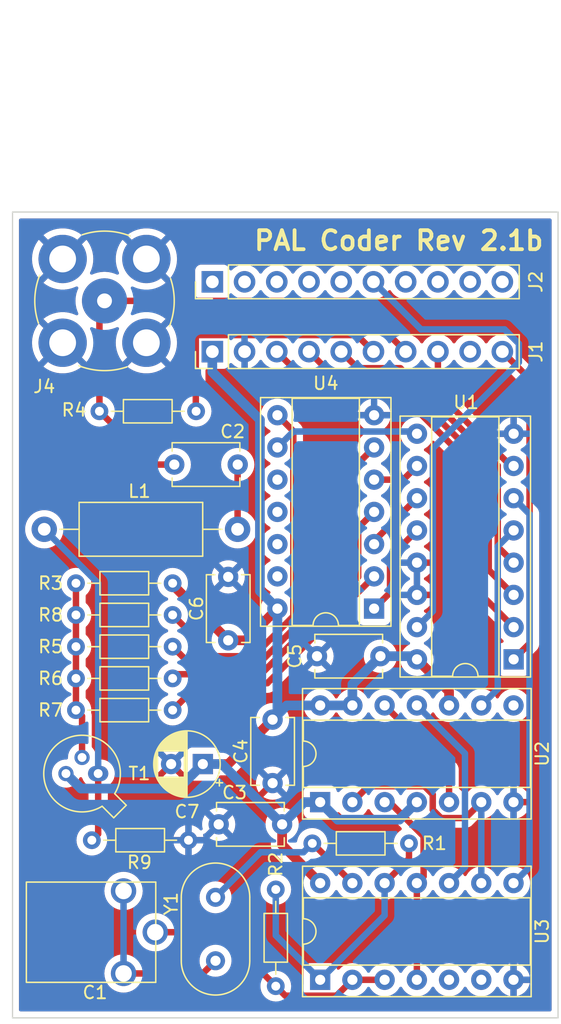
<source format=kicad_pcb>
(kicad_pcb (version 20211014) (generator pcbnew)
  (layers (0 "F.Cu" signal) (31 "B.Cu" signal) (34 "B.Paste" user) (35 "F.Paste" user) (36 "B.SilkS" user "B.Silkscreen") (37 "F.SilkS" user "F.Silkscreen") (38 "B.Mask" user) (39 "F.Mask" user) (44 "Edge.Cuts" user))
  (net 0 "")
  (net 1 "Net-(C1-Pad2)")
  (net 2 "Net-(C1-Pad1)")
  (net 3 "/PALVC")
  (net 4 "Net-(C2-Pad1)")
  (net 5 "GND")
  (net 6 "VCC")
  (net 7 "/HB")
  (net 8 "/VCR")
  (net 9 "/AL0")
  (net 11 "/VB")
  (net 12 "/VG")
  (net 13 "/VR")
  (net 18 "/VI")
  (net 24 "Net-(L1-Pad1)")
  (net 25 "Net-(R1-Pad2)")
  (net 26 "Net-(R1-Pad1)")
  (net 27 "Net-(R3-Pad2)")
  (net 28 "Net-(R5-Pad2)")
  (net 29 "Net-(R6-Pad2)")
  (net 30 "Net-(R7-Pad2)")
  (net 31 "Net-(R8-Pad2)")
  (net 32 "/XA1")
  (net 33 "/XA0")
  (net 34 "Net-(U1-Pad12)")
  (net 35 "Net-(U1-Pad11)")
  (net 36 "Net-(U1-Pad10)")
  (net 37 "Net-(U1-Pad9)")
  (net 38 "Net-(U2-Pad2)")
  (net 39 "Net-(U2-Pad12)")
  (net 40 "Net-(U2-Pad11)")
  (net 41 "Net-(U2-Pad3)")
  (footprint "GYB27000:GYB27000" (layer "F.Cu") (at 73.5 131.25 90)
    (fp_text reference "C1" (at -4.75 -2.25 180) (layer "F.SilkS"))
    (fp_text value "6-24pF")
    (pad "1" thru_hole circle locked (at 3.25 0 90) (size 2 2) (drill 1.3) (layers *.Cu *.Mask) (net 2 "Net-(C1-Pad1)"))
    (pad "1" thru_hole circle locked (at -3.25 0 90) (size 2 2) (drill 1.3) (layers *.Cu *.Mask) (net 2 "Net-(C1-Pad1)"))
    (pad "2" thru_hole circle locked (at 0 2.5 90) (size 2 2) (drill 1.3) (layers *.Cu *.Mask) (net 1 "Net-(C1-Pad2)"))
  )
  (footprint "Capacitor_THT:C_Disc_D5.1mm_W3.2mm_P5.00mm" (layer "F.Cu") (at 82.5 94.4 180)
    (fp_text reference "C2" (at 0.4 2.6) (layer "F.SilkS"))
    (fp_text value "120pF")
    (pad "1" thru_hole circle locked (at 0 0 180) (size 1.6 1.6) (drill 0.8) (layers *.Cu *.Mask) (net 4 "Net-(C2-Pad1)"))
    (pad "2" thru_hole circle locked (at 5 0 180) (size 1.6 1.6) (drill 0.8) (layers *.Cu *.Mask) (net 3 "/PALVC"))
  )
  (footprint "Capacitor_THT:C_Disc_D5.1mm_W3.2mm_P5.00mm" (layer "F.Cu") (at 86 122.75 180)
    (fp_text reference "C3" (at 3.75 2.5) (layer "F.SilkS"))
    (fp_text value "0.1uF")
    (pad "1" thru_hole circle locked (at 0 0 180) (size 1.6 1.6) (drill 0.8) (layers *.Cu *.Mask) (net 6 "VCC"))
    (pad "2" thru_hole circle locked (at 5 0 180) (size 1.6 1.6) (drill 0.8) (layers *.Cu *.Mask) (net 5 "GND"))
  )
  (footprint "Capacitor_THT:C_Disc_D5.1mm_W3.2mm_P5.00mm" (layer "F.Cu") (at 85.25 114.5 -90)
    (fp_text reference "C4" (at 2.5 2.5 90) (layer "F.SilkS"))
    (fp_text value "0.1uF")
    (pad "1" thru_hole circle locked (at 0 0 270) (size 1.6 1.6) (drill 0.8) (layers *.Cu *.Mask) (net 6 "VCC"))
    (pad "2" thru_hole circle locked (at 5 0 270) (size 1.6 1.6) (drill 0.8) (layers *.Cu *.Mask) (net 5 "GND"))
  )
  (footprint "Capacitor_THT:C_Disc_D5.1mm_W3.2mm_P5.00mm" (layer "F.Cu") (at 93.75 109.5 180)
    (fp_text reference "C5" (at 6.75 0 90) (layer "F.SilkS"))
    (fp_text value "0.1uF")
    (pad "1" thru_hole circle locked (at 0 0 180) (size 1.6 1.6) (drill 0.8) (layers *.Cu *.Mask) (net 6 "VCC"))
    (pad "2" thru_hole circle locked (at 5 0 180) (size 1.6 1.6) (drill 0.8) (layers *.Cu *.Mask) (net 5 "GND"))
  )
  (footprint "Capacitor_THT:C_Disc_D5.1mm_W3.2mm_P5.00mm" (layer "F.Cu") (at 81.75 108.25 90)
    (fp_text reference "C6" (at 2.5 -2.5 270) (layer "F.SilkS"))
    (fp_text value "0.1uF")
    (pad "1" thru_hole circle locked (at 0 0 90) (size 1.6 1.6) (drill 0.8) (layers *.Cu *.Mask) (net 6 "VCC"))
    (pad "2" thru_hole circle locked (at 5 0 90) (size 1.6 1.6) (drill 0.8) (layers *.Cu *.Mask) (net 5 "GND"))
  )
  (footprint "Connector_PinHeader_2.54mm:PinHeader_1x10_P2.54mm_Vertical" (layer "F.Cu") (at 80.5 85.5 90)
    (fp_text reference "J1" (at 0 25.5 90) (layer "F.SilkS"))
    (fp_text value "Conn_01x10")
    (pad "1" thru_hole rect locked (at 0 0 90) (size 1.7 1.7) (drill 1) (layers *.Cu *.Mask) (net 6 "VCC"))
    (pad "2" thru_hole oval locked (at 0 2.54 90) (size 1.7 1.7) (drill 1) (layers *.Cu *.Mask) (net 5 "GND"))
    (pad "3" thru_hole oval locked (at 0 5.08 90) (size 1.7 1.7) (drill 1) (layers *.Cu *.Mask) (net 13 "/VR"))
    (pad "4" thru_hole oval locked (at 0 7.62 90) (size 1.7 1.7) (drill 1) (layers *.Cu *.Mask) (net 12 "/VG"))
    (pad "5" thru_hole oval locked (at 0 10.16 90) (size 1.7 1.7) (drill 1) (layers *.Cu *.Mask) (net 11 "/VB"))
    (pad "6" thru_hole oval locked (at 0 12.7 90) (size 1.7 1.7) (drill 1) (layers *.Cu *.Mask) (net 8 "/VCR"))
    (pad "7" thru_hole oval locked (at 0 15.24 90) (size 1.7 1.7) (drill 1) (layers *.Cu *.Mask) (net 3 "/PALVC"))
    (pad "8" thru_hole oval locked (at 0 17.78 90) (size 1.7 1.7) (drill 1) (layers *.Cu *.Mask) (net 9 "/AL0"))
    (pad "9" thru_hole oval locked (at 0 20.32 90) (size 1.7 1.7) (drill 1) (layers *.Cu *.Mask))
    (pad "10" thru_hole oval locked (at 0 22.86 90) (size 1.7 1.7) (drill 1) (layers *.Cu *.Mask) (net 7 "/HB"))
  )
  (footprint "Connector_PinHeader_2.54mm:PinHeader_1x10_P2.54mm_Vertical" (layer "F.Cu") (at 80.5 80 90)
    (fp_text reference "J2" (at 0 25.5 90) (layer "F.SilkS"))
    (fp_text value "Conn_01x10")
    (pad "1" thru_hole rect locked (at 0 0 90) (size 1.7 1.7) (drill 1) (layers *.Cu *.Mask))
    (pad "2" thru_hole oval locked (at 0 2.54 90) (size 1.7 1.7) (drill 1) (layers *.Cu *.Mask))
    (pad "3" thru_hole oval locked (at 0 5.08 90) (size 1.7 1.7) (drill 1) (layers *.Cu *.Mask))
    (pad "4" thru_hole oval locked (at 0 7.62 90) (size 1.7 1.7) (drill 1) (layers *.Cu *.Mask))
    (pad "5" thru_hole oval locked (at 0 10.16 90) (size 1.7 1.7) (drill 1) (layers *.Cu *.Mask))
    (pad "6" thru_hole oval locked (at 0 12.7 90) (size 1.7 1.7) (drill 1) (layers *.Cu *.Mask) (net 18 "/VI"))
    (pad "7" thru_hole oval locked (at 0 15.24 90) (size 1.7 1.7) (drill 1) (layers *.Cu *.Mask))
    (pad "8" thru_hole oval locked (at 0 17.78 90) (size 1.7 1.7) (drill 1) (layers *.Cu *.Mask))
    (pad "9" thru_hole oval locked (at 0 20.32 90) (size 1.7 1.7) (drill 1) (layers *.Cu *.Mask))
    (pad "10" thru_hole oval locked (at 0 22.86 90) (size 1.7 1.7) (drill 1) (layers *.Cu *.Mask))
  )
  (footprint "5413558-1:BNC_TEConnectivity_BNC_TEConnectivity_5413558-1" (layer "F.Cu") (at 72 81.5)
    (fp_text reference "J4" (at -4.75 6.75) (layer "F.SilkS"))
    (fp_text value "Conn_Coaxial")
    (pad "1" thru_hole circle locked (at 0 0) (size 3.556 3.556) (drill 1.17) (layers *.Cu *.Mask) (net 3 "/PALVC"))
    (pad "2" thru_hole circle locked (at -3.3 3.3) (size 3.81 3.81) (drill 2.11) (layers *.Cu *.Mask) (net 5 "GND"))
    (pad "2" thru_hole circle locked (at 3.3 -3.3) (size 3.81 3.81) (drill 2.11) (layers *.Cu *.Mask) (net 5 "GND"))
    (pad "2" thru_hole circle locked (at -3.3 -3.3) (size 3.81 3.81) (drill 2.11) (layers *.Cu *.Mask) (net 5 "GND"))
    (pad "2" thru_hole circle locked (at 3.3 3.3) (size 3.81 3.81) (drill 2.11) (layers *.Cu *.Mask) (net 5 "GND"))
  )
  (footprint "Inductor_THT:L_Axial_L9.5mm_D4.0mm_P15.24mm_Horizontal_Fastron_SMCC" (layer "F.Cu") (at 67.25 99.5)
    (fp_text reference "L1" (at 7.5 -3) (layer "F.SilkS"))
    (fp_text value "L")
    (pad "1" thru_hole circle locked (at 0 0) (size 2 2) (drill 1) (layers *.Cu *.Mask) (net 24 "Net-(L1-Pad1)"))
    (pad "2" thru_hole oval locked (at 15.24 0) (size 2 2) (drill 1) (layers *.Cu *.Mask) (net 4 "Net-(C2-Pad1)"))
  )
  (footprint "Resistor_THT:R_Axial_DIN0204_L3.6mm_D1.6mm_P7.62mm_Horizontal" (layer "F.Cu") (at 96 124.25 180)
    (fp_text reference "R1" (at -2 0) (layer "F.SilkS"))
    (fp_text value "330")
    (pad "1" thru_hole circle locked (at 0 0 180) (size 1.4 1.4) (drill 0.7) (layers *.Cu *.Mask) (net 26 "Net-(R1-Pad1)"))
    (pad "2" thru_hole oval locked (at 7.62 0 180) (size 1.4 1.4) (drill 0.7) (layers *.Cu *.Mask) (net 25 "Net-(R1-Pad2)"))
  )
  (footprint "Resistor_THT:R_Axial_DIN0204_L3.6mm_D1.6mm_P7.62mm_Horizontal" (layer "F.Cu") (at 85.5 135.5 90)
    (fp_text reference "R2" (at 9.6 0 90) (layer "F.SilkS"))
    (fp_text value "330")
    (pad "1" thru_hole circle locked (at 0 0 90) (size 1.4 1.4) (drill 0.7) (layers *.Cu *.Mask) (net 1 "Net-(C1-Pad2)"))
    (pad "2" thru_hole oval locked (at 7.62 0 90) (size 1.4 1.4) (drill 0.7) (layers *.Cu *.Mask) (net 26 "Net-(R1-Pad1)"))
  )
  (footprint "Resistor_THT:R_Axial_DIN0204_L3.6mm_D1.6mm_P7.62mm_Horizontal" (layer "F.Cu") (at 71.6 90.2)
    (fp_text reference "R4" (at -2 -0.1) (layer "F.SilkS"))
    (fp_text value "120")
    (pad "1" thru_hole circle locked (at 0 0) (size 1.4 1.4) (drill 0.7) (layers *.Cu *.Mask) (net 3 "/PALVC"))
    (pad "2" thru_hole oval locked (at 7.62 0) (size 1.4 1.4) (drill 0.7) (layers *.Cu *.Mask) (net 8 "/VCR"))
  )
  (footprint "Resistor_THT:R_Axial_DIN0204_L3.6mm_D1.6mm_P7.62mm_Horizontal" (layer "F.Cu") (at 69.75 108.75)
    (fp_text reference "R5" (at -2 0) (layer "F.SilkS"))
    (fp_text value "560")
    (pad "1" thru_hole circle locked (at 0 0) (size 1.4 1.4) (drill 0.7) (layers *.Cu *.Mask) (net 27 "Net-(R3-Pad2)"))
    (pad "2" thru_hole oval locked (at 7.62 0) (size 1.4 1.4) (drill 0.7) (layers *.Cu *.Mask) (net 28 "Net-(R5-Pad2)"))
  )
  (footprint "Resistor_THT:R_Axial_DIN0204_L3.6mm_D1.6mm_P7.62mm_Horizontal" (layer "F.Cu") (at 69.75 111.25)
    (fp_text reference "R6" (at -2 0) (layer "F.SilkS"))
    (fp_text value "1K")
    (pad "1" thru_hole circle locked (at 0 0) (size 1.4 1.4) (drill 0.7) (layers *.Cu *.Mask) (net 27 "Net-(R3-Pad2)"))
    (pad "2" thru_hole oval locked (at 7.62 0) (size 1.4 1.4) (drill 0.7) (layers *.Cu *.Mask) (net 29 "Net-(R6-Pad2)"))
  )
  (footprint "Resistor_THT:R_Axial_DIN0204_L3.6mm_D1.6mm_P7.62mm_Horizontal" (layer "F.Cu") (at 69.75 106.25)
    (fp_text reference "R8" (at -2 0) (layer "F.SilkS"))
    (fp_text value "230")
    (pad "1" thru_hole circle locked (at 0 0) (size 1.4 1.4) (drill 0.7) (layers *.Cu *.Mask) (net 27 "Net-(R3-Pad2)"))
    (pad "2" thru_hole oval locked (at 7.62 0) (size 1.4 1.4) (drill 0.7) (layers *.Cu *.Mask) (net 31 "Net-(R8-Pad2)"))
  )
  (footprint "Resistor_THT:R_Axial_DIN0204_L3.6mm_D1.6mm_P7.62mm_Horizontal" (layer "F.Cu") (at 71 124)
    (fp_text reference "R9" (at 3.75 1.75) (layer "F.SilkS"))
    (fp_text value "180")
    (pad "1" thru_hole circle locked (at 0 0) (size 1.4 1.4) (drill 0.7) (layers *.Cu *.Mask) (net 24 "Net-(L1-Pad1)"))
    (pad "2" thru_hole oval locked (at 7.62 0) (size 1.4 1.4) (drill 0.7) (layers *.Cu *.Mask) (net 5 "GND"))
  )
  (footprint "Package_TO_SOT_THT:TO-18-3" (layer "F.Cu") (at 71.5 118.75 180)
    (fp_text reference "T1" (at -3.25 0) (layer "F.SilkS"))
    (fp_text value "2N2369")
    (pad "1" thru_hole oval locked (at 0 0 180) (size 1.6 1.2) (drill 0.7) (layers *.Cu *.Mask) (net 24 "Net-(L1-Pad1)"))
    (pad "2" thru_hole oval locked (at 1.27 1.27 180) (size 1.2 1.2) (drill 0.7) (layers *.Cu *.Mask) (net 27 "Net-(R3-Pad2)"))
    (pad "3" thru_hole oval locked (at 2.54 0 180) (size 1.2 1.2) (drill 0.7) (layers *.Cu *.Mask) (net 6 "VCC"))
  )
  (footprint "Package_DIP:DIP-16_W7.62mm_Socket" (layer "F.Cu") (at 104.25 109.75 180)
    (fp_text reference "U1" (at 3.75 20.25) (layer "F.SilkS"))
    (fp_text value "82S129")
    (pad "1" thru_hole rect locked (at 0 0 180) (size 1.6 1.6) (drill 0.8) (layers *.Cu *.Mask) (net 7 "/HB"))
    (pad "2" thru_hole oval locked (at 0 2.54 180) (size 1.6 1.6) (drill 0.8) (layers *.Cu *.Mask) (net 13 "/VR"))
    (pad "3" thru_hole oval locked (at 0 5.08 180) (size 1.6 1.6) (drill 0.8) (layers *.Cu *.Mask) (net 12 "/VG"))
    (pad "4" thru_hole oval locked (at 0 7.62 180) (size 1.6 1.6) (drill 0.8) (layers *.Cu *.Mask) (net 11 "/VB"))
    (pad "5" thru_hole oval locked (at 0 10.16 180) (size 1.6 1.6) (drill 0.8) (layers *.Cu *.Mask) (net 33 "/XA0"))
    (pad "6" thru_hole oval locked (at 0 12.7 180) (size 1.6 1.6) (drill 0.8) (layers *.Cu *.Mask) (net 32 "/XA1"))
    (pad "7" thru_hole oval locked (at 0 15.24 180) (size 1.6 1.6) (drill 0.8) (layers *.Cu *.Mask) (net 9 "/AL0"))
    (pad "8" thru_hole oval locked (at 0 17.78 180) (size 1.6 1.6) (drill 0.8) (layers *.Cu *.Mask) (net 5 "GND"))
    (pad "9" thru_hole oval locked (at 7.62 17.78 180) (size 1.6 1.6) (drill 0.8) (layers *.Cu *.Mask) (net 37 "Net-(U1-Pad9)"))
    (pad "10" thru_hole oval locked (at 7.62 15.24 180) (size 1.6 1.6) (drill 0.8) (layers *.Cu *.Mask) (net 36 "Net-(U1-Pad10)"))
    (pad "11" thru_hole oval locked (at 7.62 12.7 180) (size 1.6 1.6) (drill 0.8) (layers *.Cu *.Mask) (net 35 "Net-(U1-Pad11)"))
    (pad "12" thru_hole oval locked (at 7.62 10.16 180) (size 1.6 1.6) (drill 0.8) (layers *.Cu *.Mask) (net 34 "Net-(U1-Pad12)"))
    (pad "13" thru_hole oval locked (at 7.62 7.62 180) (size 1.6 1.6) (drill 0.8) (layers *.Cu *.Mask) (net 5 "GND"))
    (pad "14" thru_hole oval locked (at 7.62 5.08 180) (size 1.6 1.6) (drill 0.8) (layers *.Cu *.Mask) (net 5 "GND"))
    (pad "15" thru_hole oval locked (at 7.62 2.54 180) (size 1.6 1.6) (drill 0.8) (layers *.Cu *.Mask) (net 18 "/VI"))
    (pad "16" thru_hole oval locked (at 7.62 0 180) (size 1.6 1.6) (drill 0.8) (layers *.Cu *.Mask) (net 6 "VCC"))
  )
  (footprint "Package_DIP:DIP-14_W7.62mm_Socket" (layer "F.Cu") (at 89 121 90)
    (fp_text reference "U2" (at 3.81 17.5 90) (layer "F.SilkS"))
    (fp_text value "7474")
    (pad "1" thru_hole rect locked (at 0 0 90) (size 1.6 1.6) (drill 0.8) (layers *.Cu *.Mask) (net 6 "VCC"))
    (pad "2" thru_hole oval locked (at 0 2.54 90) (size 1.6 1.6) (drill 0.8) (layers *.Cu *.Mask) (net 38 "Net-(U2-Pad2)"))
    (pad "3" thru_hole oval locked (at 0 5.08 90) (size 1.6 1.6) (drill 0.8) (layers *.Cu *.Mask) (net 41 "Net-(U2-Pad3)"))
    (pad "4" thru_hole oval locked (at 0 7.62 90) (size 1.6 1.6) (drill 0.8) (layers *.Cu *.Mask) (net 6 "VCC"))
    (pad "5" thru_hole oval locked (at 0 10.16 90) (size 1.6 1.6) (drill 0.8) (layers *.Cu *.Mask) (net 39 "Net-(U2-Pad12)"))
    (pad "6" thru_hole oval locked (at 0 12.7 90) (size 1.6 1.6) (drill 0.8) (layers *.Cu *.Mask) (net 38 "Net-(U2-Pad2)"))
    (pad "7" thru_hole oval locked (at 0 15.24 90) (size 1.6 1.6) (drill 0.8) (layers *.Cu *.Mask) (net 5 "GND"))
    (pad "8" thru_hole oval locked (at 7.62 15.24 90) (size 1.6 1.6) (drill 0.8) (layers *.Cu *.Mask))
    (pad "9" thru_hole oval locked (at 7.62 12.7 90) (size 1.6 1.6) (drill 0.8) (layers *.Cu *.Mask) (net 33 "/XA0"))
    (pad "10" thru_hole oval locked (at 7.62 10.16 90) (size 1.6 1.6) (drill 0.8) (layers *.Cu *.Mask) (net 6 "VCC"))
    (pad "11" thru_hole oval locked (at 7.62 7.62 90) (size 1.6 1.6) (drill 0.8) (layers *.Cu *.Mask) (net 40 "Net-(U2-Pad11)"))
    (pad "12" thru_hole oval locked (at 7.62 5.08 90) (size 1.6 1.6) (drill 0.8) (layers *.Cu *.Mask) (net 39 "Net-(U2-Pad12)"))
    (pad "13" thru_hole oval locked (at 7.62 2.54 90) (size 1.6 1.6) (drill 0.8) (layers *.Cu *.Mask) (net 6 "VCC"))
    (pad "14" thru_hole oval locked (at 7.62 0 90) (size 1.6 1.6) (drill 0.8) (layers *.Cu *.Mask) (net 6 "VCC"))
  )
  (footprint "Package_DIP:DIP-14_W7.62mm_Socket" (layer "F.Cu") (at 89 135 90)
    (fp_text reference "U3" (at 3.81 17.5 90) (layer "F.SilkS"))
    (fp_text value "7404")
    (pad "1" thru_hole rect locked (at 0 0 90) (size 1.6 1.6) (drill 0.8) (layers *.Cu *.Mask) (net 26 "Net-(R1-Pad1)"))
    (pad "2" thru_hole oval locked (at 0 2.54 90) (size 1.6 1.6) (drill 0.8) (layers *.Cu *.Mask) (net 1 "Net-(C1-Pad2)"))
    (pad "3" thru_hole oval locked (at 0 5.08 90) (size 1.6 1.6) (drill 0.8) (layers *.Cu *.Mask) (net 1 "Net-(C1-Pad2)"))
    (pad "4" thru_hole oval locked (at 0 7.62 90) (size 1.6 1.6) (drill 0.8) (layers *.Cu *.Mask) (net 41 "Net-(U2-Pad3)"))
    (pad "5" thru_hole oval locked (at 0 10.16 90) (size 1.6 1.6) (drill 0.8) (layers *.Cu *.Mask))
    (pad "6" thru_hole oval locked (at 0 12.7 90) (size 1.6 1.6) (drill 0.8) (layers *.Cu *.Mask))
    (pad "7" thru_hole oval locked (at 0 15.24 90) (size 1.6 1.6) (drill 0.8) (layers *.Cu *.Mask) (net 5 "GND"))
    (pad "8" thru_hole oval locked (at 7.62 15.24 90) (size 1.6 1.6) (drill 0.8) (layers *.Cu *.Mask) (net 32 "/XA1"))
    (pad "9" thru_hole oval locked (at 7.62 12.7 90) (size 1.6 1.6) (drill 0.8) (layers *.Cu *.Mask) (net 38 "Net-(U2-Pad2)"))
    (pad "10" thru_hole oval locked (at 7.62 10.16 90) (size 1.6 1.6) (drill 0.8) (layers *.Cu *.Mask) (net 40 "Net-(U2-Pad11)"))
    (pad "11" thru_hole oval locked (at 7.62 7.62 90) (size 1.6 1.6) (drill 0.8) (layers *.Cu *.Mask) (net 41 "Net-(U2-Pad3)"))
    (pad "12" thru_hole oval locked (at 7.62 5.08 90) (size 1.6 1.6) (drill 0.8) (layers *.Cu *.Mask) (net 26 "Net-(R1-Pad1)"))
    (pad "13" thru_hole oval locked (at 7.62 2.54 90) (size 1.6 1.6) (drill 0.8) (layers *.Cu *.Mask) (net 25 "Net-(R1-Pad2)"))
    (pad "14" thru_hole oval locked (at 7.62 0 90) (size 1.6 1.6) (drill 0.8) (layers *.Cu *.Mask) (net 6 "VCC"))
  )
  (footprint "Package_DIP:DIP-14_W7.62mm_Socket" (layer "F.Cu") (at 93.25 105.75 180)
    (fp_text reference "U4" (at 3.81 17.75) (layer "F.SilkS"))
    (fp_text value "7407")
    (pad "1" thru_hole rect locked (at 0 0 180) (size 1.6 1.6) (drill 0.8) (layers *.Cu *.Mask) (net 34 "Net-(U1-Pad12)"))
    (pad "2" thru_hole oval locked (at 0 2.54 180) (size 1.6 1.6) (drill 0.8) (layers *.Cu *.Mask) (net 30 "Net-(R7-Pad2)"))
    (pad "3" thru_hole oval locked (at 0 5.08 180) (size 1.6 1.6) (drill 0.8) (layers *.Cu *.Mask) (net 35 "Net-(U1-Pad11)"))
    (pad "4" thru_hole oval locked (at 0 7.62 180) (size 1.6 1.6) (drill 0.8) (layers *.Cu *.Mask) (net 29 "Net-(R6-Pad2)"))
    (pad "5" thru_hole oval locked (at 0 10.16 180) (size 1.6 1.6) (drill 0.8) (layers *.Cu *.Mask) (net 36 "Net-(U1-Pad10)"))
    (pad "6" thru_hole oval locked (at 0 12.7 180) (size 1.6 1.6) (drill 0.8) (layers *.Cu *.Mask) (net 28 "Net-(R5-Pad2)"))
    (pad "7" thru_hole oval locked (at 0 15.24 180) (size 1.6 1.6) (drill 0.8) (layers *.Cu *.Mask) (net 5 "GND"))
    (pad "8" thru_hole oval locked (at 7.62 15.24 180) (size 1.6 1.6) (drill 0.8) (layers *.Cu *.Mask) (net 31 "Net-(R8-Pad2)"))
    (pad "9" thru_hole oval locked (at 7.62 12.7 180) (size 1.6 1.6) (drill 0.8) (layers *.Cu *.Mask) (net 37 "Net-(U1-Pad9)"))
    (pad "10" thru_hole oval locked (at 7.62 10.16 180) (size 1.6 1.6) (drill 0.8) (layers *.Cu *.Mask))
    (pad "11" thru_hole oval locked (at 7.62 7.62 180) (size 1.6 1.6) (drill 0.8) (layers *.Cu *.Mask))
    (pad "12" thru_hole oval locked (at 7.62 5.08 180) (size 1.6 1.6) (drill 0.8) (layers *.Cu *.Mask))
    (pad "13" thru_hole oval locked (at 7.62 2.54 180) (size 1.6 1.6) (drill 0.8) (layers *.Cu *.Mask))
    (pad "14" thru_hole oval locked (at 7.62 0 180) (size 1.6 1.6) (drill 0.8) (layers *.Cu *.Mask) (net 6 "VCC"))
  )
  (footprint "Crystal:Resonator-2Pin_W10.0mm_H5.0mm" (layer "F.Cu") (at 80.75 128.5 -90)
    (fp_text reference "Y1" (at 0.5 3.5 -90) (layer "F.SilkS"))
    (fp_text value "8.86MHz")
    (pad "1" thru_hole circle locked (at 0 0 270) (size 1.5 1.5) (drill 0.8) (layers *.Cu *.Mask) (net 25 "Net-(R1-Pad2)"))
    (pad "2" thru_hole circle locked (at 5 0 270) (size 1.5 1.5) (drill 0.8) (layers *.Cu *.Mask) (net 2 "Net-(C1-Pad1)"))
  )
  (footprint "Capacitor_THT:CP_Radial_D5.0mm_P2.50mm" (layer "F.Cu") (at 79.75 118 180)
    (fp_text reference "C7" (at 1.25 -3.75) (layer "F.SilkS"))
    (fp_text value "10uF")
    (pad "1" thru_hole rect locked (at 0 0 180) (size 1.6 1.6) (drill 0.8) (layers *.Cu *.Mask) (net 6 "VCC"))
    (pad "2" thru_hole circle locked (at 2.5 0 180) (size 1.6 1.6) (drill 0.8) (layers *.Cu *.Mask) (net 5 "GND"))
  )
  (footprint "Resistor_THT:R_Axial_DIN0204_L3.6mm_D1.6mm_P7.62mm_Horizontal" (layer "F.Cu") (at 77.37 103.75 180)
    (fp_text reference "R3" (at 9.62 0) (layer "F.SilkS"))
    (fp_text value "560")
    (pad "1" thru_hole circle locked (at 0 0 180) (size 1.4 1.4) (drill 0.7) (layers *.Cu *.Mask) (net 6 "VCC"))
    (pad "2" thru_hole oval locked (at 7.62 0 180) (size 1.4 1.4) (drill 0.7) (layers *.Cu *.Mask) (net 27 "Net-(R3-Pad2)"))
  )
  (footprint "Resistor_THT:R_Axial_DIN0204_L3.6mm_D1.6mm_P7.62mm_Horizontal" (layer "F.Cu") (at 69.75 113.75)
    (fp_text reference "R7" (at -2 0) (layer "F.SilkS"))
    (fp_text value "2K")
    (pad "1" thru_hole circle locked (at 0 0) (size 1.4 1.4) (drill 0.7) (layers *.Cu *.Mask) (net 27 "Net-(R3-Pad2)"))
    (pad "2" thru_hole oval locked (at 7.62 0) (size 1.4 1.4) (drill 0.7) (layers *.Cu *.Mask) (net 30 "Net-(R7-Pad2)"))
  )
  (gr_line (start 107.75 74.5) (end 64.75 74.5) (layer "Edge.Cuts") (width 0.1))
  (gr_line (start 107.75 138) (end 107.75 74.5) (layer "Edge.Cuts") (width 0.1))
  (gr_line (start 64.75 138) (end 107.75 138) (layer "Edge.Cuts") (width 0.1))
  (gr_line (start 64.75 74.5) (end 64.75 138) (layer "Edge.Cuts") (width 0.1))
  (gr_text "PAL Coder Rev 2.1b" (at 106.75 76.75) (layer "F.SilkS") (effects (font (size 1.5 1.5) (thickness 0.3)) (justify right)))
  (segment (start 91.54 135) (end 94.08 135) (width 0.508) (layer "F.Cu") (net 1))
  (segment (start 90.285999 136.254001) (end 91.54 135) (width 0.508) (layer "F.Cu") (net 1))
  (segment (start 86.254001 136.254001) (end 90.285999 136.254001) (width 0.508) (layer "F.Cu") (net 1))
  (segment (start 85.5 135.5) (end 86.254001 136.254001) (width 0.508) (layer "F.Cu") (net 1))
  (segment (start 76 131.25) (end 81.25 131.25) (width 0.508) (layer "F.Cu") (net 1))
  (segment (start 81.25 131.25) (end 85.5 135.5) (width 0.508) (layer "F.Cu") (net 1))
  (segment (start 79.75 134.5) (end 80.75 133.5) (width 0.508) (layer "F.Cu") (net 2))
  (segment (start 73.5 134.5) (end 79.75 134.5) (width 0.508) (layer "F.Cu") (net 2))
  (segment (start 73.5 128) (end 73.5 134.5) (width 0.508) (layer "B.Cu") (net 2))
  (segment (start 91.74 81.5) (end 72 81.5) (width 0.508) (layer "F.Cu") (net 3))
  (segment (start 95.74 85.5) (end 91.74 81.5) (width 0.508) (layer "F.Cu") (net 3))
  (segment (start 77.5 94.4) (end 75.8 94.4) (width 0.508) (layer "F.Cu") (net 3))
  (segment (start 75.8 94.4) (end 71.6 90.2) (width 0.508) (layer "F.Cu") (net 3))
  (segment (start 71.6 81.9) (end 72 81.5) (width 0.508) (layer "F.Cu") (net 3))
  (segment (start 71.6 90.2) (end 71.6 81.9) (width 0.508) (layer "F.Cu") (net 3))
  (segment (start 82.49 94.41) (end 82.5 94.4) (width 0.508) (layer "F.Cu") (net 4))
  (segment (start 82.49 99.5) (end 82.49 94.41) (width 0.508) (layer "F.Cu") (net 4))
  (segment (start 77.37 103.87) (end 81.75 108.25) (width 0.762) (layer "F.Cu") (net 6))
  (segment (start 81.75 108.25) (end 83.13 108.25) (width 0.762) (layer "F.Cu") (net 6))
  (segment (start 81.75 118) (end 85.25 114.5) (width 0.762) (layer "F.Cu") (net 6))
  (segment (start 99.16 112.28) (end 96.63 109.75) (width 0.762) (layer "F.Cu") (net 6))
  (segment (start 79.75 118) (end 81.75 118) (width 0.762) (layer "F.Cu") (net 6))
  (segment (start 86 124.38) (end 89 127.38) (width 0.762) (layer "F.Cu") (net 6))
  (segment (start 83.13 108.25) (end 85.63 105.75) (width 0.762) (layer "F.Cu") (net 6))
  (segment (start 77.37 103.75) (end 77.37 103.87) (width 0.762) (layer "F.Cu") (net 6))
  (segment (start 86 122.75) (end 86 124.38) (width 0.762) (layer "F.Cu") (net 6))
  (segment (start 99.16 113.38) (end 99.16 112.28) (width 0.762) (layer "F.Cu") (net 6))
  (segment (start 79.75 118) (end 81.25 118) (width 0.762) (layer "B.Cu") (net 6))
  (segment (start 79.75 118) (end 77.81948 119.93052) (width 0.762) (layer "B.Cu") (net 6))
  (segment (start 86.37 113.38) (end 85.25 114.5) (width 0.762) (layer "B.Cu") (net 6))
  (segment (start 80.5 85.5) (end 80.5 87.112) (width 0.762) (layer "B.Cu") (net 6))
  (segment (start 84.248999 104.368999) (end 85.63 105.75) (width 0.762) (layer "B.Cu") (net 6))
  (segment (start 70.14052 119.93052) (end 68.96 118.75) (width 0.762) (layer "B.Cu") (net 6))
  (segment (start 80.5 87.112) (end 84.248999 90.860999) (width 0.762) (layer "B.Cu") (net 6))
  (segment (start 84.248999 90.860999) (end 84.248999 104.368999) (width 0.762) (layer "B.Cu") (net 6))
  (segment (start 85.63 114.12) (end 85.25 114.5) (width 0.762) (layer "B.Cu") (net 6))
  (segment (start 93.75 109.5) (end 96.38 109.5) (width 0.762) (layer "B.Cu") (net 6))
  (segment (start 91.54 113.38) (end 91.54 111.71) (width 0.762) (layer "B.Cu") (net 6))
  (segment (start 89 113.38) (end 91.54 113.38) (width 0.762) (layer "B.Cu") (net 6))
  (segment (start 81.25 118) (end 86 122.75) (width 0.762) (layer "B.Cu") (net 6))
  (segment (start 96.38 109.5) (end 96.63 109.75) (width 0.762) (layer "B.Cu") (net 6))
  (segment (start 87.75 121) (end 86 122.75) (width 0.762) (layer "B.Cu") (net 6))
  (segment (start 77.81948 119.93052) (end 70.14052 119.93052) (width 0.762) (layer "B.Cu") (net 6))
  (segment (start 89 121) (end 90.381001 122.381001) (width 0.762) (layer "B.Cu") (net 6))
  (segment (start 89 113.38) (end 86.37 113.38) (width 0.762) (layer "B.Cu") (net 6))
  (segment (start 95.238999 122.381001) (end 96.62 121) (width 0.762) (layer "B.Cu") (net 6))
  (segment (start 85.63 105.75) (end 85.63 114.12) (width 0.762) (layer "B.Cu") (net 6))
  (segment (start 89 121) (end 87.75 121) (width 0.762) (layer "B.Cu") (net 6))
  (segment (start 91.54 111.71) (end 93.75 109.5) (width 0.762) (layer "B.Cu") (net 6))
  (segment (start 90.381001 122.381001) (end 95.238999 122.381001) (width 0.762) (layer "B.Cu") (net 6))
  (segment (start 105.504001 108.495999) (end 104.25 109.75) (width 0.508) (layer "F.Cu") (net 7))
  (segment (start 103.36 85.5) (end 105.504001 87.644001) (width 0.508) (layer "F.Cu") (net 7))
  (segment (start 105.504001 87.644001) (end 105.504001 108.495999) (width 0.508) (layer "F.Cu") (net 7))
  (segment (start 79.196489 84.196489) (end 79.196489 90.176489) (width 0.508) (layer "F.Cu") (net 8))
  (segment (start 91.896489 84.196489) (end 79.196489 84.196489) (width 0.508) (layer "F.Cu") (net 8))
  (segment (start 93.2 85.5) (end 91.896489 84.196489) (width 0.508) (layer "F.Cu") (net 8))
  (segment (start 79.196489 90.176489) (end 79.22 90.2) (width 0.508) (layer "F.Cu") (net 8))
  (segment (start 104.029752 94.51) (end 104.25 94.51) (width 0.508) (layer "F.Cu") (net 9))
  (segment (start 98.28 85.5) (end 98.28 88.760248) (width 0.508) (layer "F.Cu") (net 9))
  (segment (start 98.28 88.760248) (end 104.029752 94.51) (width 0.508) (layer "F.Cu") (net 9))
  (segment (start 90.66 85.5) (end 91.964001 86.804001) (width 0.508) (layer "F.Cu") (net 11))
  (segment (start 95.322476 86.804001) (end 102.995999 94.477524) (width 0.508) (layer "F.Cu") (net 11))
  (segment (start 91.964001 86.804001) (end 95.322476 86.804001) (width 0.508) (layer "F.Cu") (net 11))
  (segment (start 102.995999 94.477524) (end 102.995999 100.875999) (width 0.508) (layer "F.Cu") (net 11))
  (segment (start 102.995999 100.875999) (end 104.25 102.13) (width 0.508) (layer "F.Cu") (net 11))
  (segment (start 102.287989 102.707989) (end 104.25 104.67) (width 0.508) (layer "F.Cu") (net 12))
  (segment (start 102.287989 94.770791) (end 102.287989 102.707989) (width 0.508) (layer "F.Cu") (net 12))
  (segment (start 88.12 85.5) (end 90.132011 87.512011) (width 0.508) (layer "F.Cu") (net 12))
  (segment (start 90.132011 87.512011) (end 95.029209 87.512011) (width 0.508) (layer "F.Cu") (net 12))
  (segment (start 95.029209 87.512011) (end 102.287989 94.770791) (width 0.508) (layer "F.Cu") (net 12))
  (segment (start 101.579979 95.064057) (end 101.579979 104.539979) (width 0.508) (layer "F.Cu") (net 13))
  (segment (start 85.58 85.5) (end 88.300021 88.220021) (width 0.508) (layer "F.Cu") (net 13))
  (segment (start 88.300021 88.220021) (end 94.735943 88.220021) (width 0.508) (layer "F.Cu") (net 13))
  (segment (start 94.735943 88.220021) (end 101.579979 95.064057) (width 0.508) (layer "F.Cu") (net 13))
  (segment (start 101.579979 104.539979) (end 104.25 107.21) (width 0.508) (layer "F.Cu") (net 13))
  (segment (start 104.664001 86.335999) (end 97.884001 93.115999) (width 0.508) (layer "B.Cu") (net 18))
  (segment (start 93.2 80) (end 96.94599 83.74599) (width 0.508) (layer "B.Cu") (net 18))
  (segment (start 96.94599 83.74599) (end 103.535912 83.74599) (width 0.508) (layer "B.Cu") (net 18))
  (segment (start 97.884001 93.115999) (end 97.884001 105.955999) (width 0.508) (layer "B.Cu") (net 18))
  (segment (start 104.664001 84.874079) (end 104.664001 86.335999) (width 0.508) (layer "B.Cu") (net 18))
  (segment (start 97.884001 105.955999) (end 96.63 107.21) (width 0.508) (layer "B.Cu") (net 18))
  (segment (start 103.535912 83.74599) (end 104.664001 84.874079) (width 0.508) (layer "B.Cu") (net 18))
  (segment (start 71.5 123.5) (end 71 124) (width 0.508) (layer "F.Cu") (net 24))
  (segment (start 71.5 118.75) (end 71.5 123.5) (width 0.508) (layer "F.Cu") (net 24))
  (segment (start 71.5 103.75) (end 71.5 118.75) (width 0.508) (layer "B.Cu") (net 24))
  (segment (start 67.25 99.5) (end 71.5 103.75) (width 0.508) (layer "B.Cu") (net 24))
  (segment (start 88.38 124.25) (end 88.41 124.25) (width 0.508) (layer "F.Cu") (net 25))
  (segment (start 88.41 124.25) (end 91.54 127.38) (width 0.508) (layer "F.Cu") (net 25))
  (segment (start 87.680001 124.949999) (end 88.38 124.25) (width 0.508) (layer "B.Cu") (net 25))
  (segment (start 84.300001 124.949999) (end 87.680001 124.949999) (width 0.508) (layer "B.Cu") (net 25))
  (segment (start 80.75 128.5) (end 84.300001 124.949999) (width 0.508) (layer "B.Cu") (net 25))
  (segment (start 96 124.25) (end 96 125.46) (width 0.508) (layer "F.Cu") (net 26))
  (segment (start 96 125.46) (end 94.08 127.38) (width 0.508) (layer "F.Cu") (net 26))
  (segment (start 94.08 127.38) (end 94.08 129.92) (width 0.508) (layer "B.Cu") (net 26))
  (segment (start 85.5 127.88) (end 85.5 131.5) (width 0.508) (layer "B.Cu") (net 26))
  (segment (start 85.5 131.5) (end 89 135) (width 0.508) (layer "B.Cu") (net 26))
  (segment (start 94.08 129.92) (end 89 135) (width 0.508) (layer "B.Cu") (net 26))
  (segment (start 70.23 117.48) (end 70.23 114.23) (width 0.508) (layer "F.Cu") (net 27))
  (segment (start 69.75 113.75) (end 69.75 103.75) (width 0.508) (layer "F.Cu") (net 27))
  (segment (start 70.23 114.23) (end 69.75 113.75) (width 0.508) (layer "F.Cu") (net 27))
  (segment (start 84.036713 110.212011) (end 91.287989 102.960735) (width 0.508) (layer "F.Cu") (net 28))
  (segment (start 78.832011 110.212011) (end 84.036713 110.212011) (width 0.508) (layer "F.Cu") (net 28))
  (segment (start 77.37 108.75) (end 78.832011 110.212011) (width 0.508) (layer "F.Cu") (net 28))
  (segment (start 91.287989 102.960735) (end 91.287989 95.012011) (width 0.508) (layer "F.Cu") (net 28))
  (segment (start 91.287989 95.012011) (end 93.25 93.05) (width 0.508) (layer "F.Cu") (net 28))
  (segment (start 91.995999 103.254002) (end 84.32998 110.920021) (width 0.508) (layer "F.Cu") (net 29))
  (segment (start 77.699979 110.920021) (end 77.37 111.25) (width 0.508) (layer "F.Cu") (net 29))
  (segment (start 91.995999 99.384001) (end 91.995999 103.254002) (width 0.508) (layer "F.Cu") (net 29))
  (segment (start 84.32998 110.920021) (end 77.699979 110.920021) (width 0.508) (layer "F.Cu") (net 29))
  (segment (start 93.25 98.13) (end 91.995999 99.384001) (width 0.508) (layer "F.Cu") (net 29))
  (segment (start 84.831969 111.628031) (end 79.491969 111.628031) (width 0.508) (layer "F.Cu") (net 30))
  (segment (start 79.491969 111.628031) (end 77.37 113.75) (width 0.508) (layer "F.Cu") (net 30))
  (segment (start 93.25 103.21) (end 84.831969 111.628031) (width 0.508) (layer "F.Cu") (net 30))
  (segment (start 86.884001 91.764001) (end 85.63 90.51) (width 0.508) (layer "F.Cu") (net 31))
  (segment (start 83.731921 109.504001) (end 86.884001 106.351921) (width 0.508) (layer "F.Cu") (net 31))
  (segment (start 86.884001 106.351921) (end 86.884001 91.764001) (width 0.508) (layer "F.Cu") (net 31))
  (segment (start 77.37 106.25) (end 80.624001 109.504001) (width 0.508) (layer "F.Cu") (net 31))
  (segment (start 80.624001 109.504001) (end 83.731921 109.504001) (width 0.508) (layer "F.Cu") (net 31))
  (segment (start 105.504001 126.115999) (end 104.24 127.38) (width 0.508) (layer "B.Cu") (net 32))
  (segment (start 104.25 97.05) (end 105.504001 98.304001) (width 0.508) (layer "B.Cu") (net 32))
  (segment (start 105.504001 98.304001) (end 105.504001 126.115999) (width 0.508) (layer "B.Cu") (net 32))
  (segment (start 102.995999 100.844001) (end 102.995999 112.084001) (width 0.508) (layer "B.Cu") (net 33))
  (segment (start 102.995999 112.084001) (end 101.7 113.38) (width 0.508) (layer "B.Cu") (net 33))
  (segment (start 104.25 99.59) (end 102.995999 100.844001) (width 0.508) (layer "B.Cu") (net 33))
  (segment (start 93.25 105.75) (end 94.504001 104.495999) (width 0.508) (layer "F.Cu") (net 34))
  (segment (start 94.504001 101.715999) (end 96.63 99.59) (width 0.508) (layer "F.Cu") (net 34))
  (segment (start 94.504001 104.495999) (end 94.504001 101.715999) (width 0.508) (layer "F.Cu") (net 34))
  (segment (start 93.25 100.67) (end 93.25 100.43) (width 0.508) (layer "F.Cu") (net 35))
  (segment (start 93.25 100.43) (end 96.63 97.05) (width 0.508) (layer "F.Cu") (net 35))
  (segment (start 95.55 95.59) (end 96.63 94.51) (width 0.508) (layer "F.Cu") (net 36))
  (segment (start 93.25 95.59) (end 95.55 95.59) (width 0.508) (layer "F.Cu") (net 36))
  (segment (start 86.884001 91.795999) (end 85.63 93.05) (width 0.508) (layer "B.Cu") (net 37))
  (segment (start 96.455999 91.795999) (end 86.884001 91.795999) (width 0.508) (layer "B.Cu") (net 37))
  (segment (start 96.63 91.97) (end 96.455999 91.795999) (width 0.508) (layer "B.Cu") (net 37))
  (segment (start 92.794001 119.745999) (end 91.54 121) (width 0.508) (layer "F.Cu") (net 38))
  (segment (start 100.445999 122.254001) (end 98.526081 122.254001) (width 0.508) (layer "F.Cu") (net 38))
  (segment (start 98.526081 122.254001) (end 97.874001 121.601921) (width 0.508) (layer "F.Cu") (net 38))
  (segment (start 97.874001 120.398079) (end 97.221921 119.745999) (width 0.508) (layer "F.Cu") (net 38))
  (segment (start 97.221921 119.745999) (end 92.794001 119.745999) (width 0.508) (layer "F.Cu") (net 38))
  (segment (start 97.874001 121.601921) (end 97.874001 120.398079) (width 0.508) (layer "F.Cu") (net 38))
  (segment (start 101.7 121) (end 100.445999 122.254001) (width 0.508) (layer "F.Cu") (net 38))
  (segment (start 101.7 121) (end 101.7 127.38) (width 0.508) (layer "B.Cu") (net 38))
  (segment (start 99.16 118.46) (end 94.08 113.38) (width 0.508) (layer "F.Cu") (net 39))
  (segment (start 99.16 121) (end 99.16 118.46) (width 0.508) (layer "F.Cu") (net 39))
  (segment (start 100.414001 117.174001) (end 100.414001 126.125999) (width 0.508) (layer "B.Cu") (net 40))
  (segment (start 100.414001 126.125999) (end 99.16 127.38) (width 0.508) (layer "B.Cu") (net 40))
  (segment (start 96.62 113.38) (end 100.414001 117.174001) (width 0.508) (layer "B.Cu") (net 40))
  (segment (start 97.154001 126.845999) (end 96.62 127.38) (width 0.508) (layer "F.Cu") (net 41))
  (segment (start 97.154001 123.696079) (end 97.154001 126.845999) (width 0.508) (layer "F.Cu") (net 41))
  (segment (start 94.457922 121) (end 97.154001 123.696079) (width 0.508) (layer "F.Cu") (net 41))
  (segment (start 96.62 135) (end 96.62 127.38) (width 0.508) (layer "F.Cu") (net 41))
  (segment (start 94.08 121) (end 94.457922 121) (width 0.508) (layer "F.Cu") (net 41))
  (zone (net 5) (net_name "GND") (layer "F.Cu") (connect_pads (clearance 0.508)) (min_thickness 0.254) (fill yes (thermal_gap 0.508) (thermal_bridge_width 0.508))
    (polygon (pts (xy 108 138.5) (xy 64.5 138.5) (xy 64.5 74) (xy 108 74)))
  )
  (zone (net 5) (net_name "GND") (layer "B.Cu") (connect_pads (clearance 0.508)) (min_thickness 0.254) (fill yes (thermal_gap 0.508) (thermal_bridge_width 0.508))
    (polygon (pts (xy 108 138.5) (xy 64.5 138.5) (xy 64.5 74) (xy 108 74)))
  )
)
</source>
